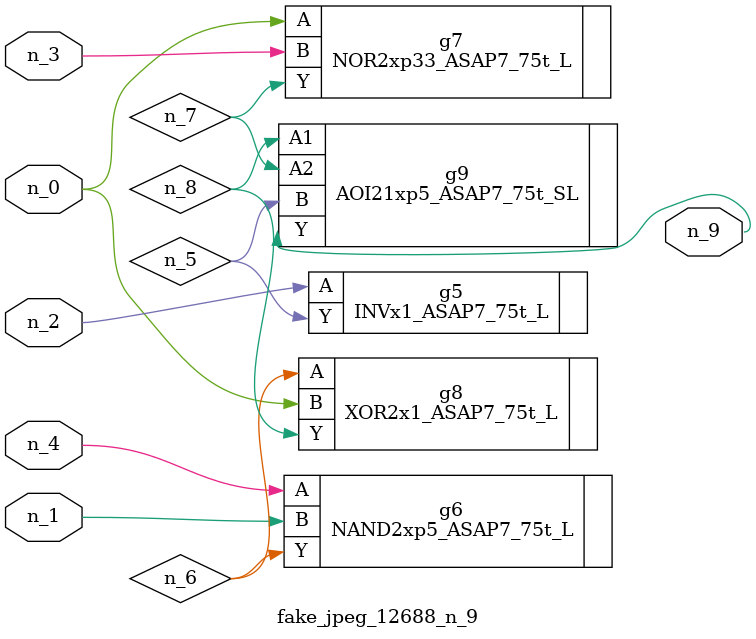
<source format=v>
module fake_jpeg_12688_n_9 (n_3, n_2, n_1, n_0, n_4, n_9);

input n_3;
input n_2;
input n_1;
input n_0;
input n_4;

output n_9;

wire n_8;
wire n_6;
wire n_5;
wire n_7;

INVx1_ASAP7_75t_L g5 ( 
.A(n_2),
.Y(n_5)
);

NAND2xp5_ASAP7_75t_L g6 ( 
.A(n_4),
.B(n_1),
.Y(n_6)
);

NOR2xp33_ASAP7_75t_L g7 ( 
.A(n_0),
.B(n_3),
.Y(n_7)
);

XOR2x1_ASAP7_75t_L g8 ( 
.A(n_6),
.B(n_0),
.Y(n_8)
);

AOI21xp5_ASAP7_75t_SL g9 ( 
.A1(n_8),
.A2(n_7),
.B(n_5),
.Y(n_9)
);


endmodule
</source>
